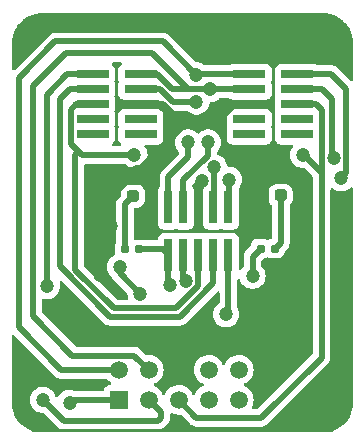
<source format=gbr>
%TF.GenerationSoftware,KiCad,Pcbnew,8.0.5*%
%TF.CreationDate,2024-11-27T14:16:46+01:00*%
%TF.ProjectId,TOF_PCB,544f465f-5043-4422-9e6b-696361645f70,rev?*%
%TF.SameCoordinates,Original*%
%TF.FileFunction,Copper,L1,Top*%
%TF.FilePolarity,Positive*%
%FSLAX46Y46*%
G04 Gerber Fmt 4.6, Leading zero omitted, Abs format (unit mm)*
G04 Created by KiCad (PCBNEW 8.0.5) date 2024-11-27 14:16:46*
%MOMM*%
%LPD*%
G01*
G04 APERTURE LIST*
G04 Aperture macros list*
%AMRoundRect*
0 Rectangle with rounded corners*
0 $1 Rounding radius*
0 $2 $3 $4 $5 $6 $7 $8 $9 X,Y pos of 4 corners*
0 Add a 4 corners polygon primitive as box body*
4,1,4,$2,$3,$4,$5,$6,$7,$8,$9,$2,$3,0*
0 Add four circle primitives for the rounded corners*
1,1,$1+$1,$2,$3*
1,1,$1+$1,$4,$5*
1,1,$1+$1,$6,$7*
1,1,$1+$1,$8,$9*
0 Add four rect primitives between the rounded corners*
20,1,$1+$1,$2,$3,$4,$5,0*
20,1,$1+$1,$4,$5,$6,$7,0*
20,1,$1+$1,$6,$7,$8,$9,0*
20,1,$1+$1,$8,$9,$2,$3,0*%
G04 Aperture macros list end*
%TA.AperFunction,SMDPad,CuDef*%
%ADD10RoundRect,0.160000X0.197500X0.160000X-0.197500X0.160000X-0.197500X-0.160000X0.197500X-0.160000X0*%
%TD*%
%TA.AperFunction,SMDPad,CuDef*%
%ADD11R,2.790000X0.740000*%
%TD*%
%TA.AperFunction,SMDPad,CuDef*%
%ADD12RoundRect,0.237500X-0.287500X-0.237500X0.287500X-0.237500X0.287500X0.237500X-0.287500X0.237500X0*%
%TD*%
%TA.AperFunction,SMDPad,CuDef*%
%ADD13RoundRect,0.160000X-0.197500X-0.160000X0.197500X-0.160000X0.197500X0.160000X-0.197500X0.160000X0*%
%TD*%
%TA.AperFunction,SMDPad,CuDef*%
%ADD14R,0.740000X2.790000*%
%TD*%
%TA.AperFunction,ComponentPad*%
%ADD15R,1.508000X1.508000*%
%TD*%
%TA.AperFunction,ComponentPad*%
%ADD16C,1.508000*%
%TD*%
%TA.AperFunction,ViaPad*%
%ADD17C,1.200000*%
%TD*%
%TA.AperFunction,Conductor*%
%ADD18C,0.500000*%
%TD*%
%TA.AperFunction,Conductor*%
%ADD19C,0.200000*%
%TD*%
G04 APERTURE END LIST*
D10*
%TO.P,R101,1*%
%TO.N,Net-(D101-A)*%
X183380000Y-104430000D03*
%TO.P,R101,2*%
%TO.N,/TOFA_GPIO1*%
X182185000Y-104430000D03*
%TD*%
D11*
%TO.P,J101,01,01*%
%TO.N,/TOFB_GPIO1*%
X167965000Y-89675000D03*
%TO.P,J101,02,02*%
%TO.N,/I2C_MAIN_SDA*%
X172035000Y-89675000D03*
%TO.P,J101,03,03*%
%TO.N,/TOFB_XSHUT*%
X167965000Y-90945000D03*
%TO.P,J101,04,04*%
%TO.N,/I2C_MAIN_SCL*%
X172035000Y-90945000D03*
%TO.P,J101,05,05*%
%TO.N,+5V*%
X167965000Y-92215000D03*
%TO.P,J101,06,06*%
%TO.N,GND*%
X172035000Y-92215000D03*
%TO.P,J101,07,07*%
%TO.N,unconnected-(J101-Pad07)*%
X167965000Y-93485000D03*
%TO.P,J101,08,08*%
%TO.N,unconnected-(J101-Pad08)*%
X172035000Y-93485000D03*
%TO.P,J101,09,09*%
%TO.N,unconnected-(J101-Pad09)*%
X167965000Y-94755000D03*
%TO.P,J101,10,10*%
%TO.N,unconnected-(J101-Pad10)*%
X172035000Y-94755000D03*
%TD*%
D12*
%TO.P,D102,1,K*%
%TO.N,GND*%
X169630000Y-100000000D03*
%TO.P,D102,2,A*%
%TO.N,Net-(D102-A)*%
X171380000Y-100000000D03*
%TD*%
D11*
%TO.P,J102,01,01*%
%TO.N,unconnected-(J102-Pad01)*%
X185285000Y-94755000D03*
%TO.P,J102,02,02*%
%TO.N,unconnected-(J102-Pad02)*%
X181215000Y-94755000D03*
%TO.P,J102,03,03*%
%TO.N,unconnected-(J102-Pad03)*%
X185285000Y-93485000D03*
%TO.P,J102,04,04*%
%TO.N,unconnected-(J102-Pad04)*%
X181215000Y-93485000D03*
%TO.P,J102,05,05*%
%TO.N,+5V*%
X185285000Y-92215000D03*
%TO.P,J102,06,06*%
%TO.N,GND*%
X181215000Y-92215000D03*
%TO.P,J102,07,07*%
%TO.N,/TOFC_XSHUT*%
X185285000Y-90945000D03*
%TO.P,J102,08,08*%
%TO.N,/I2C_MAIN_SDA*%
X181215000Y-90945000D03*
%TO.P,J102,09,09*%
%TO.N,/TOFC_GPIO1*%
X185285000Y-89675000D03*
%TO.P,J102,10,10*%
%TO.N,/I2C_MAIN_SCL*%
X181215000Y-89675000D03*
%TD*%
D12*
%TO.P,D101,1,K*%
%TO.N,GND*%
X182130000Y-99930000D03*
%TO.P,D101,2,A*%
%TO.N,Net-(D101-A)*%
X183880000Y-99930000D03*
%TD*%
D13*
%TO.P,R102,1*%
%TO.N,Net-(D102-A)*%
X170685000Y-104500000D03*
%TO.P,R102,2*%
%TO.N,/TOFA_XSHUT*%
X171880000Y-104500000D03*
%TD*%
D14*
%TO.P,J103,01,01*%
%TO.N,/TOFA_XSHUT*%
X174380000Y-105000000D03*
%TO.P,J103,02,02*%
%TO.N,/I2C_MAIN_SCL*%
X174380000Y-100930000D03*
%TO.P,J103,03,03*%
%TO.N,/TOFA_GPIO1*%
X175650000Y-105000000D03*
%TO.P,J103,04,04*%
%TO.N,/I2C_MAIN_SDA*%
X175650000Y-100930000D03*
%TO.P,J103,05,05*%
%TO.N,+5V*%
X176920000Y-105000000D03*
%TO.P,J103,06,06*%
%TO.N,GND*%
X176920000Y-100930000D03*
%TO.P,J103,07,07*%
%TO.N,/TOFB_XSHUT*%
X178190000Y-105000000D03*
%TO.P,J103,08,08*%
%TO.N,/TOFC_XSHUT*%
X178190000Y-100930000D03*
%TO.P,J103,09,09*%
%TO.N,/TOFB_GPIO1*%
X179460000Y-105000000D03*
%TO.P,J103,10,10*%
%TO.N,/TOFC_GPIO1*%
X179460000Y-100930000D03*
%TD*%
D15*
%TO.P,U101,1,INT_I*%
%TO.N,/TOFA_GPIO1*%
X170160000Y-117240000D03*
D16*
%TO.P,U101,2,SCL_I*%
%TO.N,/I2C_MAIN_SCL*%
X170160000Y-114700000D03*
%TO.P,U101,3,XSDN_I*%
%TO.N,/TOFA_XSHUT*%
X172700000Y-117240000D03*
%TO.P,U101,4,SDA_I*%
%TO.N,/I2C_MAIN_SDA*%
X172700000Y-114700000D03*
%TO.P,U101,5,VDD*%
%TO.N,+5V*%
X175240000Y-117240000D03*
%TO.P,U101,6,GND*%
%TO.N,GND*%
X175240000Y-114700000D03*
%TO.P,U101,7,NC*%
%TO.N,unconnected-(U101-NC-Pad7)*%
X177780000Y-117240000D03*
%TO.P,U101,8,NC*%
%TO.N,unconnected-(U101-NC-Pad8)*%
X177780000Y-114700000D03*
%TO.P,U101,9,NC1_I*%
%TO.N,unconnected-(U101-NC1_I-Pad9)*%
X180320000Y-117240000D03*
%TO.P,U101,10,NC0_I*%
%TO.N,unconnected-(U101-NC0_I-Pad10)*%
X180320000Y-114700000D03*
%TD*%
D17*
%TO.N,GND*%
X188750000Y-102500000D03*
X163000000Y-114750000D03*
X177200000Y-98750000D03*
X171715000Y-97915000D03*
X182000000Y-102500000D03*
X169500000Y-102500000D03*
X167500000Y-110700000D03*
X168550000Y-106632537D03*
%TO.N,+5V*%
X171500000Y-96500000D03*
X185750000Y-96500000D03*
%TO.N,/TOFB_GPIO1*%
X172000000Y-108250000D03*
X179250000Y-110000000D03*
X170250000Y-106000000D03*
X164100000Y-107600000D03*
%TO.N,/I2C_MAIN_SCL*%
X176750000Y-91995000D03*
X176750000Y-89750000D03*
X176034923Y-95450000D03*
%TO.N,/I2C_MAIN_SDA*%
X177900000Y-90945000D03*
X177750000Y-95450000D03*
%TO.N,/TOFC_XSHUT*%
X188390000Y-96750000D03*
X178250000Y-97550000D03*
%TO.N,/TOFC_GPIO1*%
X179500000Y-98600000D03*
X189000000Y-98500000D03*
%TO.N,/TOFA_XSHUT*%
X163750000Y-117250000D03*
X174500000Y-107500000D03*
%TO.N,/TOFA_GPIO1*%
X166000000Y-117500000D03*
X181500000Y-106750000D03*
X175863510Y-107182445D03*
%TD*%
D18*
%TO.N,+5V*%
X175240000Y-117240000D02*
X176750000Y-118750000D01*
X187340000Y-113660000D02*
X187340000Y-98000000D01*
X176750000Y-118750000D02*
X182250000Y-118750000D01*
X182250000Y-118750000D02*
X187340000Y-113660000D01*
%TO.N,/TOFA_XSHUT*%
X163750000Y-117250000D02*
X165500000Y-119000000D01*
X165500000Y-119000000D02*
X173500000Y-119000000D01*
X173500000Y-119000000D02*
X173750000Y-118750000D01*
X173750000Y-118750000D02*
X173750000Y-118290000D01*
X173750000Y-118290000D02*
X172700000Y-117240000D01*
%TO.N,/I2C_MAIN_SDA*%
X172955000Y-87900000D02*
X165700000Y-87900000D01*
X165700000Y-87900000D02*
X162900000Y-90700000D01*
X166246000Y-113496000D02*
X171496000Y-113496000D01*
X162900000Y-90700000D02*
X162900000Y-110150000D01*
X176000000Y-90945000D02*
X172955000Y-87900000D01*
X162900000Y-110150000D02*
X166246000Y-113496000D01*
X171496000Y-113496000D02*
X172700000Y-114700000D01*
%TO.N,+5V*%
X166772500Y-96227500D02*
X166500000Y-96500000D01*
X166500000Y-96500000D02*
X166500000Y-106250000D01*
X166500000Y-106250000D02*
X169750000Y-109500000D01*
X175030880Y-109500000D02*
X176920000Y-107610880D01*
X169750000Y-109500000D02*
X175030880Y-109500000D01*
X176920000Y-107610880D02*
X176920000Y-105000000D01*
%TO.N,Net-(D101-A)*%
X183880000Y-103930000D02*
X183380000Y-104430000D01*
X183880000Y-99930000D02*
X183880000Y-103930000D01*
%TO.N,GND*%
X172265075Y-111750000D02*
X175215075Y-114700000D01*
X169630000Y-100000000D02*
X172190000Y-97440000D01*
X169500000Y-102500000D02*
X169500000Y-100130000D01*
X180030000Y-92215000D02*
X181425000Y-92215000D01*
X172190000Y-97440000D02*
X175485100Y-94144900D01*
X176920000Y-100930000D02*
X177070000Y-100930000D01*
X176920000Y-99030000D02*
X177200000Y-98750000D01*
X182130000Y-102370000D02*
X182000000Y-102500000D01*
X175485100Y-94144900D02*
X175485100Y-93750000D01*
X178495000Y-93750000D02*
X180030000Y-92215000D01*
X168550000Y-111750000D02*
X172265075Y-111750000D01*
X169500000Y-100130000D02*
X169630000Y-100000000D01*
X175215075Y-114700000D02*
X175240000Y-114700000D01*
X176920000Y-100930000D02*
X176920000Y-99030000D01*
X173950100Y-92215000D02*
X172035000Y-92215000D01*
X175485100Y-93750000D02*
X177750000Y-93750000D01*
X168550000Y-103450000D02*
X169500000Y-102500000D01*
X182130000Y-99930000D02*
X182130000Y-102370000D01*
X168550000Y-106632537D02*
X168550000Y-103450000D01*
X177750000Y-93750000D02*
X178495000Y-93750000D01*
X167500000Y-110700000D02*
X168550000Y-111750000D01*
X173950100Y-92215000D02*
X175485100Y-93750000D01*
%TO.N,Net-(D102-A)*%
X170685000Y-100695000D02*
X170685000Y-104500000D01*
X171380000Y-100000000D02*
X170685000Y-100695000D01*
%TO.N,+5V*%
X186890000Y-92215000D02*
X187340000Y-92665000D01*
X185840000Y-96500000D02*
X187340000Y-98000000D01*
X166570000Y-92215000D02*
X166120000Y-92665000D01*
X166120000Y-92665000D02*
X166120000Y-95575000D01*
X185750000Y-96500000D02*
X185840000Y-96500000D01*
X166120000Y-95575000D02*
X166772500Y-96227500D01*
X185495000Y-92215000D02*
X186890000Y-92215000D01*
X167045000Y-96500000D02*
X171500000Y-96500000D01*
D19*
X176920000Y-105460000D02*
X176880000Y-105500000D01*
D18*
X187340000Y-92665000D02*
X187340000Y-98000000D01*
D19*
X176920000Y-105000000D02*
X176920000Y-105460000D01*
D18*
X166772500Y-96227500D02*
X167045000Y-96500000D01*
X167425000Y-92215000D02*
X166570000Y-92215000D01*
%TO.N,/TOFB_GPIO1*%
X179250000Y-110000000D02*
X179460000Y-109790000D01*
X170250000Y-106500000D02*
X172000000Y-108250000D01*
X170250000Y-106000000D02*
X170250000Y-106500000D01*
X179460000Y-109790000D02*
X179460000Y-105000000D01*
X164100000Y-91400000D02*
X165825000Y-89675000D01*
X165825000Y-89675000D02*
X167965000Y-89675000D01*
X164100000Y-107600000D02*
X164100000Y-91400000D01*
%TO.N,/TOFB_XSHUT*%
X178190000Y-107330830D02*
X175320830Y-110200000D01*
X175320830Y-110200000D02*
X169450000Y-110200000D01*
X178190000Y-105000000D02*
X178190000Y-105690000D01*
X166055000Y-90945000D02*
X167425000Y-90945000D01*
X178190000Y-105000000D02*
X178190000Y-107330830D01*
X165200000Y-105950000D02*
X165200000Y-91800000D01*
X169450000Y-110200000D02*
X165200000Y-105950000D01*
X165200000Y-91800000D02*
X166055000Y-90945000D01*
X178190000Y-105690000D02*
X178250000Y-105750000D01*
%TO.N,/I2C_MAIN_SCL*%
X176034923Y-95450000D02*
X176034923Y-96715077D01*
X171495000Y-90945000D02*
X173670050Y-90945000D01*
X176034923Y-96715077D02*
X174380000Y-98370000D01*
X165308057Y-114700000D02*
X170160000Y-114700000D01*
X181425000Y-89675000D02*
X178500000Y-89675000D01*
X161700000Y-90000000D02*
X164800000Y-86900000D01*
X173900000Y-86900000D02*
X176750000Y-89750000D01*
X164800000Y-86900000D02*
X173900000Y-86900000D01*
X174380000Y-98370000D02*
X174380000Y-100930000D01*
X161700000Y-111091943D02*
X165308057Y-114700000D01*
X178500000Y-89675000D02*
X176825000Y-89675000D01*
X173670050Y-90945000D02*
X174720050Y-91995000D01*
X161700000Y-111091943D02*
X161700000Y-90000000D01*
X176825000Y-89675000D02*
X176750000Y-89750000D01*
X174720050Y-91995000D02*
X176750000Y-91995000D01*
%TO.N,/I2C_MAIN_SDA*%
X174660000Y-90945000D02*
X176000000Y-90945000D01*
X175650000Y-98665075D02*
X177750000Y-96565075D01*
X173390000Y-89675000D02*
X174660000Y-90945000D01*
X175650000Y-100930000D02*
X175650000Y-98665075D01*
X177750000Y-96565075D02*
X177750000Y-95450000D01*
X178750000Y-90945000D02*
X181425000Y-90945000D01*
X171495000Y-89675000D02*
X173390000Y-89675000D01*
X176000000Y-90945000D02*
X178750000Y-90945000D01*
%TO.N,/TOFC_XSHUT*%
X188250000Y-96610000D02*
X188250000Y-91805000D01*
X178250000Y-100870000D02*
X178190000Y-100930000D01*
X187390000Y-90945000D02*
X185495000Y-90945000D01*
X188250000Y-91805000D02*
X187390000Y-90945000D01*
X188390000Y-96750000D02*
X188250000Y-96610000D01*
X178250000Y-97550000D02*
X178250000Y-100870000D01*
%TO.N,/TOFC_GPIO1*%
X179500000Y-100890000D02*
X179460000Y-100930000D01*
X188175000Y-89675000D02*
X189440000Y-90940000D01*
X189440000Y-90940000D02*
X189440000Y-98060000D01*
X185495000Y-89675000D02*
X188175000Y-89675000D01*
X189440000Y-98060000D02*
X189000000Y-98500000D01*
X179500000Y-98600000D02*
X179500000Y-100890000D01*
%TO.N,/TOFA_XSHUT*%
X174380000Y-107380000D02*
X174500000Y-107500000D01*
X171880000Y-104500000D02*
X173880000Y-104500000D01*
X173880000Y-104500000D02*
X174380000Y-105000000D01*
X174380000Y-105000000D02*
X174380000Y-107380000D01*
%TO.N,/TOFA_GPIO1*%
X175650000Y-105000000D02*
X175650000Y-106968935D01*
X181500000Y-106750000D02*
X181500000Y-105500000D01*
X170160000Y-117240000D02*
X166260000Y-117240000D01*
X175650000Y-106968935D02*
X175863510Y-107182445D01*
X166260000Y-117240000D02*
X166000000Y-117500000D01*
X181500000Y-105115000D02*
X182185000Y-104430000D01*
X181500000Y-105500000D02*
X181500000Y-105115000D01*
%TD*%
%TA.AperFunction,Conductor*%
%TO.N,GND*%
G36*
X189924153Y-99244769D02*
G01*
X189978093Y-99289179D01*
X189999461Y-99355701D01*
X189999500Y-99358826D01*
X189999500Y-117496249D01*
X189999274Y-117503736D01*
X189981728Y-117793794D01*
X189979923Y-117808659D01*
X189928219Y-118090798D01*
X189924635Y-118105336D01*
X189839306Y-118379167D01*
X189833997Y-118393168D01*
X189716275Y-118654736D01*
X189709316Y-118667995D01*
X189560928Y-118913459D01*
X189552422Y-118925782D01*
X189375526Y-119151573D01*
X189365596Y-119162781D01*
X189162781Y-119365596D01*
X189151573Y-119375526D01*
X188925782Y-119552422D01*
X188913459Y-119560928D01*
X188667995Y-119709316D01*
X188654736Y-119716275D01*
X188393168Y-119833997D01*
X188379167Y-119839306D01*
X188105336Y-119924635D01*
X188090798Y-119928219D01*
X187808659Y-119979923D01*
X187793794Y-119981728D01*
X187503736Y-119999274D01*
X187496249Y-119999500D01*
X187428011Y-119999500D01*
X187427965Y-119999502D01*
X163625009Y-120000339D01*
X163617631Y-120000120D01*
X163329277Y-119982943D01*
X163314632Y-119981191D01*
X163034011Y-119930556D01*
X163019678Y-119927079D01*
X162747042Y-119843480D01*
X162733222Y-119838325D01*
X162472436Y-119722942D01*
X162459327Y-119716182D01*
X162214099Y-119570659D01*
X162201886Y-119562392D01*
X161975667Y-119388779D01*
X161964520Y-119379119D01*
X161760510Y-119179867D01*
X161750591Y-119168952D01*
X161571683Y-118946890D01*
X161563135Y-118934884D01*
X161411856Y-118693143D01*
X161404790Y-118680198D01*
X161396020Y-118661576D01*
X161283290Y-118422215D01*
X161277812Y-118408527D01*
X161270430Y-118386335D01*
X161187797Y-118137928D01*
X161183987Y-118123698D01*
X161126738Y-117844320D01*
X161124645Y-117829741D01*
X161100945Y-117545216D01*
X161100518Y-117534792D01*
X161107614Y-111860130D01*
X161127382Y-111793118D01*
X161180244Y-111747429D01*
X161249415Y-111737572D01*
X161312934Y-111766677D01*
X161319295Y-111772607D01*
X164725106Y-115178416D01*
X164829641Y-115282951D01*
X164829642Y-115282952D01*
X164952555Y-115365080D01*
X164952568Y-115365087D01*
X165089139Y-115421656D01*
X165089144Y-115421658D01*
X165089148Y-115421658D01*
X165089149Y-115421659D01*
X165234136Y-115450500D01*
X165234139Y-115450500D01*
X165381974Y-115450500D01*
X169089493Y-115450500D01*
X169156532Y-115470185D01*
X169191066Y-115503374D01*
X169195324Y-115509455D01*
X169195325Y-115509456D01*
X169195326Y-115509457D01*
X169350543Y-115664674D01*
X169350546Y-115664676D01*
X169350547Y-115664677D01*
X169486576Y-115759925D01*
X169530201Y-115814502D01*
X169537395Y-115884000D01*
X169505872Y-115946355D01*
X169445643Y-115981769D01*
X169415455Y-115985500D01*
X169358130Y-115985500D01*
X169358123Y-115985501D01*
X169298516Y-115991908D01*
X169163671Y-116042202D01*
X169163664Y-116042206D01*
X169048455Y-116128452D01*
X169048452Y-116128455D01*
X168962206Y-116243664D01*
X168962202Y-116243671D01*
X168911908Y-116378516D01*
X168911883Y-116378758D01*
X168911810Y-116378933D01*
X168910126Y-116386062D01*
X168908970Y-116385788D01*
X168885144Y-116443308D01*
X168827751Y-116483155D01*
X168788594Y-116489500D01*
X166461218Y-116489500D01*
X166416424Y-116481127D01*
X166302459Y-116436977D01*
X166302458Y-116436976D01*
X166302456Y-116436976D01*
X166101976Y-116399500D01*
X165898024Y-116399500D01*
X165697544Y-116436976D01*
X165697541Y-116436976D01*
X165697541Y-116436977D01*
X165507364Y-116510651D01*
X165507357Y-116510655D01*
X165333960Y-116618017D01*
X165333958Y-116618019D01*
X165183237Y-116755418D01*
X165060328Y-116918176D01*
X165037185Y-116964654D01*
X164989681Y-117015890D01*
X164922018Y-117033311D01*
X164855678Y-117011385D01*
X164811723Y-116957073D01*
X164806919Y-116943315D01*
X164799766Y-116918176D01*
X164780582Y-116850750D01*
X164758048Y-116805496D01*
X164732466Y-116754120D01*
X164689673Y-116668179D01*
X164570717Y-116510655D01*
X164566762Y-116505418D01*
X164416041Y-116368019D01*
X164416039Y-116368017D01*
X164242642Y-116260655D01*
X164242635Y-116260651D01*
X164147546Y-116223814D01*
X164052456Y-116186976D01*
X163851976Y-116149500D01*
X163648024Y-116149500D01*
X163447544Y-116186976D01*
X163447541Y-116186976D01*
X163447541Y-116186977D01*
X163257364Y-116260651D01*
X163257357Y-116260655D01*
X163083960Y-116368017D01*
X163083958Y-116368019D01*
X162933237Y-116505418D01*
X162810327Y-116668178D01*
X162719422Y-116850739D01*
X162719417Y-116850752D01*
X162663602Y-117046917D01*
X162644785Y-117249999D01*
X162644785Y-117250000D01*
X162663602Y-117453082D01*
X162719417Y-117649247D01*
X162719422Y-117649260D01*
X162810327Y-117831821D01*
X162933237Y-117994581D01*
X163083958Y-118131980D01*
X163083960Y-118131982D01*
X163093578Y-118137937D01*
X163257363Y-118239348D01*
X163447544Y-118313024D01*
X163648024Y-118350500D01*
X163737770Y-118350500D01*
X163804809Y-118370185D01*
X163825451Y-118386819D01*
X165021586Y-119582954D01*
X165051058Y-119602645D01*
X165095268Y-119632184D01*
X165095270Y-119632187D01*
X165095271Y-119632187D01*
X165144496Y-119665079D01*
X165144511Y-119665087D01*
X165201079Y-119688518D01*
X165201080Y-119688518D01*
X165281088Y-119721659D01*
X165397241Y-119744763D01*
X165416468Y-119748587D01*
X165426081Y-119750500D01*
X165426082Y-119750500D01*
X173573920Y-119750500D01*
X173671462Y-119731096D01*
X173718913Y-119721658D01*
X173855495Y-119665084D01*
X173904729Y-119632186D01*
X173904734Y-119632183D01*
X173929071Y-119615921D01*
X173978416Y-119582952D01*
X174332951Y-119228416D01*
X174415084Y-119105495D01*
X174471658Y-118968913D01*
X174500500Y-118823918D01*
X174500500Y-118676083D01*
X174500500Y-118676082D01*
X174500500Y-118473993D01*
X174520185Y-118406954D01*
X174572989Y-118361199D01*
X174642147Y-118351255D01*
X174676898Y-118361609D01*
X174809297Y-118423347D01*
X175021326Y-118480161D01*
X175177521Y-118493826D01*
X175239998Y-118499292D01*
X175240000Y-118499292D01*
X175240001Y-118499292D01*
X175255789Y-118497910D01*
X175364400Y-118488408D01*
X175432898Y-118502174D01*
X175462887Y-118524255D01*
X176167048Y-119228415D01*
X176167049Y-119228416D01*
X176240420Y-119301787D01*
X176271585Y-119332952D01*
X176394498Y-119415080D01*
X176394511Y-119415087D01*
X176531082Y-119471656D01*
X176531087Y-119471658D01*
X176531091Y-119471658D01*
X176531092Y-119471659D01*
X176676079Y-119500500D01*
X176676082Y-119500500D01*
X182323920Y-119500500D01*
X182421462Y-119481096D01*
X182468913Y-119471658D01*
X182605495Y-119415084D01*
X182671617Y-119370903D01*
X182671620Y-119370900D01*
X182671622Y-119370900D01*
X182720198Y-119338443D01*
X182728416Y-119332952D01*
X187922952Y-114138416D01*
X187992107Y-114034916D01*
X188005084Y-114015495D01*
X188061658Y-113878913D01*
X188090500Y-113733918D01*
X188090500Y-99440872D01*
X188110185Y-99373833D01*
X188162989Y-99328078D01*
X188232147Y-99318134D01*
X188295703Y-99347159D01*
X188298038Y-99349235D01*
X188333958Y-99381980D01*
X188333960Y-99381982D01*
X188394646Y-99419557D01*
X188507363Y-99489348D01*
X188697544Y-99563024D01*
X188898024Y-99600500D01*
X188898026Y-99600500D01*
X189101974Y-99600500D01*
X189101976Y-99600500D01*
X189302456Y-99563024D01*
X189492637Y-99489348D01*
X189666041Y-99381981D01*
X189791962Y-99267189D01*
X189854766Y-99236572D01*
X189924153Y-99244769D01*
G37*
%TD.AperFunction*%
%TA.AperFunction,Conductor*%
G36*
X163696106Y-84500525D02*
G01*
X163755603Y-84501748D01*
X163755603Y-84501747D01*
X163755606Y-84501748D01*
X163760043Y-84501256D01*
X163773712Y-84500500D01*
X187496249Y-84500500D01*
X187503736Y-84500726D01*
X187793796Y-84518271D01*
X187808657Y-84520075D01*
X188090798Y-84571780D01*
X188105335Y-84575363D01*
X188379172Y-84660695D01*
X188393163Y-84666000D01*
X188654743Y-84783727D01*
X188667989Y-84790680D01*
X188913465Y-84939075D01*
X188925776Y-84947573D01*
X189047218Y-85042716D01*
X189151573Y-85124473D01*
X189162781Y-85134403D01*
X189365596Y-85337218D01*
X189375526Y-85348426D01*
X189495481Y-85501538D01*
X189552422Y-85574217D01*
X189560928Y-85586540D01*
X189709316Y-85832004D01*
X189716275Y-85845263D01*
X189833997Y-86106831D01*
X189839306Y-86120832D01*
X189924635Y-86394663D01*
X189928219Y-86409201D01*
X189979923Y-86691340D01*
X189981728Y-86706205D01*
X189999274Y-86996263D01*
X189999500Y-87003750D01*
X189999500Y-90138770D01*
X189979815Y-90205809D01*
X189927011Y-90251564D01*
X189857853Y-90261508D01*
X189794297Y-90232483D01*
X189787819Y-90226451D01*
X188653421Y-89092052D01*
X188653414Y-89092046D01*
X188579729Y-89042812D01*
X188579729Y-89042813D01*
X188530491Y-89009913D01*
X188393917Y-88953343D01*
X188393907Y-88953340D01*
X188248920Y-88924500D01*
X188248918Y-88924500D01*
X187048154Y-88924500D01*
X186981115Y-88904815D01*
X186973853Y-88899774D01*
X186922331Y-88861204D01*
X186922328Y-88861202D01*
X186787482Y-88810908D01*
X186787483Y-88810908D01*
X186727883Y-88804501D01*
X186727881Y-88804500D01*
X186727873Y-88804500D01*
X186727864Y-88804500D01*
X183842129Y-88804500D01*
X183842123Y-88804501D01*
X183782516Y-88810908D01*
X183647671Y-88861202D01*
X183647664Y-88861206D01*
X183532455Y-88947452D01*
X183532452Y-88947455D01*
X183446206Y-89062664D01*
X183446202Y-89062671D01*
X183395908Y-89197517D01*
X183389501Y-89257116D01*
X183389501Y-89257123D01*
X183389500Y-89257135D01*
X183389500Y-90092870D01*
X183389501Y-90092876D01*
X183395908Y-90152483D01*
X183438496Y-90266667D01*
X183443480Y-90336359D01*
X183438496Y-90353333D01*
X183395908Y-90467516D01*
X183389501Y-90527116D01*
X183389501Y-90527123D01*
X183389500Y-90527135D01*
X183389500Y-91362870D01*
X183389501Y-91362876D01*
X183395908Y-91422483D01*
X183438496Y-91536667D01*
X183443480Y-91606359D01*
X183438496Y-91623333D01*
X183395908Y-91737516D01*
X183389501Y-91797116D01*
X183389501Y-91797123D01*
X183389500Y-91797135D01*
X183389500Y-92632870D01*
X183389501Y-92632876D01*
X183395908Y-92692483D01*
X183438496Y-92806667D01*
X183443480Y-92876359D01*
X183438496Y-92893333D01*
X183395908Y-93007516D01*
X183389501Y-93067116D01*
X183389501Y-93067123D01*
X183389500Y-93067135D01*
X183389500Y-93902870D01*
X183389501Y-93902876D01*
X183395908Y-93962483D01*
X183438496Y-94076667D01*
X183443480Y-94146359D01*
X183438496Y-94163333D01*
X183395908Y-94277516D01*
X183389501Y-94337116D01*
X183389501Y-94337123D01*
X183389500Y-94337135D01*
X183389500Y-95172870D01*
X183389501Y-95172876D01*
X183395908Y-95232483D01*
X183446202Y-95367328D01*
X183446206Y-95367335D01*
X183532452Y-95482544D01*
X183532455Y-95482547D01*
X183647664Y-95568793D01*
X183647671Y-95568797D01*
X183782517Y-95619091D01*
X183782516Y-95619091D01*
X183789444Y-95619835D01*
X183842127Y-95625500D01*
X184782322Y-95625499D01*
X184849361Y-95645183D01*
X184895116Y-95697987D01*
X184905060Y-95767146D01*
X184881277Y-95824225D01*
X184810327Y-95918179D01*
X184719422Y-96100739D01*
X184719417Y-96100752D01*
X184663602Y-96296917D01*
X184644785Y-96499999D01*
X184644785Y-96500000D01*
X184663602Y-96703082D01*
X184719417Y-96899247D01*
X184719422Y-96899260D01*
X184810327Y-97081821D01*
X184933237Y-97244581D01*
X185083958Y-97381980D01*
X185083960Y-97381982D01*
X185091971Y-97386942D01*
X185257363Y-97489348D01*
X185447544Y-97563024D01*
X185648024Y-97600500D01*
X185648026Y-97600500D01*
X185827770Y-97600500D01*
X185894809Y-97620185D01*
X185915451Y-97636819D01*
X186553181Y-98274548D01*
X186586666Y-98335871D01*
X186589500Y-98362229D01*
X186589500Y-113297770D01*
X186569815Y-113364809D01*
X186553181Y-113385451D01*
X181975451Y-117963181D01*
X181914128Y-117996666D01*
X181887770Y-117999500D01*
X181544668Y-117999500D01*
X181477629Y-117979815D01*
X181431874Y-117927011D01*
X181421930Y-117857853D01*
X181432286Y-117823096D01*
X181474664Y-117732214D01*
X181503347Y-117670703D01*
X181560161Y-117458674D01*
X181579292Y-117240000D01*
X181560161Y-117021326D01*
X181503347Y-116809297D01*
X181410579Y-116610354D01*
X181410577Y-116610351D01*
X181410576Y-116610349D01*
X181284677Y-116430547D01*
X181284672Y-116430541D01*
X181129458Y-116275327D01*
X181129452Y-116275322D01*
X180949650Y-116149423D01*
X180949642Y-116149419D01*
X180805879Y-116082382D01*
X180753439Y-116036210D01*
X180734287Y-115969017D01*
X180754502Y-115902136D01*
X180805879Y-115857618D01*
X180949646Y-115790579D01*
X181129457Y-115664674D01*
X181284674Y-115509457D01*
X181410579Y-115329646D01*
X181503347Y-115130703D01*
X181560161Y-114918674D01*
X181579292Y-114700000D01*
X181560161Y-114481326D01*
X181503347Y-114269297D01*
X181410579Y-114070354D01*
X181410577Y-114070351D01*
X181410576Y-114070349D01*
X181284677Y-113890547D01*
X181284672Y-113890541D01*
X181129458Y-113735327D01*
X181129452Y-113735322D01*
X180949650Y-113609423D01*
X180949642Y-113609419D01*
X180750708Y-113516655D01*
X180750706Y-113516654D01*
X180750703Y-113516653D01*
X180599885Y-113476240D01*
X180538675Y-113459839D01*
X180538668Y-113459838D01*
X180320002Y-113440708D01*
X180319998Y-113440708D01*
X180101331Y-113459838D01*
X180101324Y-113459839D01*
X179978902Y-113492642D01*
X179889297Y-113516653D01*
X179889295Y-113516653D01*
X179889291Y-113516655D01*
X179690357Y-113609419D01*
X179690349Y-113609423D01*
X179510547Y-113735322D01*
X179510541Y-113735327D01*
X179355327Y-113890541D01*
X179355322Y-113890547D01*
X179229423Y-114070349D01*
X179229419Y-114070357D01*
X179162382Y-114214120D01*
X179116210Y-114266560D01*
X179049017Y-114285712D01*
X178982135Y-114265496D01*
X178937618Y-114214120D01*
X178870580Y-114070357D01*
X178870579Y-114070354D01*
X178870577Y-114070351D01*
X178870576Y-114070349D01*
X178744677Y-113890547D01*
X178744672Y-113890541D01*
X178589458Y-113735327D01*
X178589452Y-113735322D01*
X178409650Y-113609423D01*
X178409642Y-113609419D01*
X178210708Y-113516655D01*
X178210706Y-113516654D01*
X178210703Y-113516653D01*
X178059885Y-113476240D01*
X177998675Y-113459839D01*
X177998668Y-113459838D01*
X177780002Y-113440708D01*
X177779998Y-113440708D01*
X177561331Y-113459838D01*
X177561324Y-113459839D01*
X177438902Y-113492642D01*
X177349297Y-113516653D01*
X177349295Y-113516653D01*
X177349291Y-113516655D01*
X177150357Y-113609419D01*
X177150349Y-113609423D01*
X176970547Y-113735322D01*
X176970541Y-113735327D01*
X176815327Y-113890541D01*
X176815322Y-113890547D01*
X176689423Y-114070349D01*
X176689419Y-114070357D01*
X176596655Y-114269291D01*
X176539839Y-114481324D01*
X176539838Y-114481331D01*
X176520708Y-114699997D01*
X176520708Y-114700000D01*
X176539839Y-114918674D01*
X176596653Y-115130703D01*
X176596654Y-115130706D01*
X176596655Y-115130708D01*
X176689419Y-115329642D01*
X176689423Y-115329650D01*
X176815322Y-115509452D01*
X176815327Y-115509458D01*
X176970541Y-115664672D01*
X176970547Y-115664677D01*
X177150349Y-115790576D01*
X177150351Y-115790577D01*
X177150354Y-115790579D01*
X177234963Y-115830032D01*
X177294120Y-115857618D01*
X177346560Y-115903790D01*
X177365712Y-115970983D01*
X177345496Y-116037865D01*
X177294120Y-116082382D01*
X177150357Y-116149419D01*
X177150349Y-116149423D01*
X176970547Y-116275322D01*
X176970541Y-116275327D01*
X176815327Y-116430541D01*
X176815322Y-116430547D01*
X176689423Y-116610349D01*
X176689419Y-116610357D01*
X176622382Y-116754120D01*
X176576210Y-116806560D01*
X176509017Y-116825712D01*
X176442135Y-116805496D01*
X176397618Y-116754120D01*
X176357543Y-116668179D01*
X176330579Y-116610354D01*
X176330577Y-116610351D01*
X176330576Y-116610349D01*
X176204677Y-116430547D01*
X176204672Y-116430541D01*
X176049458Y-116275327D01*
X176049452Y-116275322D01*
X175869650Y-116149423D01*
X175869642Y-116149419D01*
X175670708Y-116056655D01*
X175670706Y-116056654D01*
X175670703Y-116056653D01*
X175519885Y-116016240D01*
X175458675Y-115999839D01*
X175458668Y-115999838D01*
X175240002Y-115980708D01*
X175239998Y-115980708D01*
X175021331Y-115999838D01*
X175021324Y-115999839D01*
X174898902Y-116032642D01*
X174809297Y-116056653D01*
X174809295Y-116056653D01*
X174809291Y-116056655D01*
X174610357Y-116149419D01*
X174610349Y-116149423D01*
X174430547Y-116275322D01*
X174430541Y-116275327D01*
X174275327Y-116430541D01*
X174275322Y-116430547D01*
X174149423Y-116610349D01*
X174149419Y-116610357D01*
X174082382Y-116754120D01*
X174036210Y-116806560D01*
X173969017Y-116825712D01*
X173902135Y-116805496D01*
X173857618Y-116754120D01*
X173817543Y-116668179D01*
X173790579Y-116610354D01*
X173790577Y-116610351D01*
X173790576Y-116610349D01*
X173664677Y-116430547D01*
X173664672Y-116430541D01*
X173509458Y-116275327D01*
X173509452Y-116275322D01*
X173329650Y-116149423D01*
X173329642Y-116149419D01*
X173185879Y-116082382D01*
X173133439Y-116036210D01*
X173114287Y-115969017D01*
X173134502Y-115902136D01*
X173185879Y-115857618D01*
X173329646Y-115790579D01*
X173509457Y-115664674D01*
X173664674Y-115509457D01*
X173790579Y-115329646D01*
X173883347Y-115130703D01*
X173940161Y-114918674D01*
X173959292Y-114700000D01*
X173940161Y-114481326D01*
X173883347Y-114269297D01*
X173790579Y-114070354D01*
X173790577Y-114070351D01*
X173790576Y-114070349D01*
X173664677Y-113890547D01*
X173664672Y-113890541D01*
X173509458Y-113735327D01*
X173509452Y-113735322D01*
X173329650Y-113609423D01*
X173329642Y-113609419D01*
X173130708Y-113516655D01*
X173130706Y-113516654D01*
X173130703Y-113516653D01*
X172979885Y-113476240D01*
X172918675Y-113459839D01*
X172918668Y-113459838D01*
X172700002Y-113440708D01*
X172699997Y-113440708D01*
X172575598Y-113451590D01*
X172507098Y-113437823D01*
X172477111Y-113415743D01*
X171974421Y-112913052D01*
X171974414Y-112913046D01*
X171900729Y-112863812D01*
X171900729Y-112863813D01*
X171851491Y-112830913D01*
X171714917Y-112774343D01*
X171714907Y-112774340D01*
X171569920Y-112745500D01*
X171569918Y-112745500D01*
X166608229Y-112745500D01*
X166541190Y-112725815D01*
X166520548Y-112709181D01*
X163686819Y-109875451D01*
X163653334Y-109814128D01*
X163650500Y-109787770D01*
X163650500Y-108784863D01*
X163670185Y-108717824D01*
X163722989Y-108672069D01*
X163792147Y-108662125D01*
X163797286Y-108662974D01*
X163797535Y-108663020D01*
X163797544Y-108663024D01*
X163998024Y-108700500D01*
X163998027Y-108700500D01*
X164201974Y-108700500D01*
X164201976Y-108700500D01*
X164402456Y-108663024D01*
X164592637Y-108589348D01*
X164766041Y-108481981D01*
X164916764Y-108344579D01*
X165039673Y-108181821D01*
X165130582Y-107999250D01*
X165186397Y-107803083D01*
X165205215Y-107600000D01*
X165186397Y-107396917D01*
X165158324Y-107298251D01*
X165158910Y-107228387D01*
X165197177Y-107169928D01*
X165260974Y-107141437D01*
X165330046Y-107151961D01*
X165365271Y-107176638D01*
X168971585Y-110782952D01*
X168998839Y-110801162D01*
X169012374Y-110810206D01*
X169045271Y-110832187D01*
X169094505Y-110865084D01*
X169113691Y-110873031D01*
X169231088Y-110921659D01*
X169347241Y-110944763D01*
X169366468Y-110948587D01*
X169376081Y-110950500D01*
X169376082Y-110950500D01*
X175394750Y-110950500D01*
X175492292Y-110931096D01*
X175539743Y-110921658D01*
X175676325Y-110865084D01*
X175725559Y-110832186D01*
X175799246Y-110782952D01*
X178497819Y-108084377D01*
X178559142Y-108050893D01*
X178628834Y-108055877D01*
X178684767Y-108097749D01*
X178709184Y-108163213D01*
X178709500Y-108172059D01*
X178709500Y-108971219D01*
X178689815Y-109038258D01*
X178650778Y-109076646D01*
X178583957Y-109118020D01*
X178433237Y-109255418D01*
X178310327Y-109418178D01*
X178219422Y-109600739D01*
X178219417Y-109600752D01*
X178163602Y-109796917D01*
X178144785Y-109999999D01*
X178144785Y-110000000D01*
X178163602Y-110203082D01*
X178219417Y-110399247D01*
X178219422Y-110399260D01*
X178310327Y-110581821D01*
X178433237Y-110744581D01*
X178583958Y-110881980D01*
X178583960Y-110881982D01*
X178648041Y-110921659D01*
X178757363Y-110989348D01*
X178947544Y-111063024D01*
X179148024Y-111100500D01*
X179148026Y-111100500D01*
X179351974Y-111100500D01*
X179351976Y-111100500D01*
X179552456Y-111063024D01*
X179742637Y-110989348D01*
X179916041Y-110881981D01*
X180066764Y-110744579D01*
X180189673Y-110581821D01*
X180280582Y-110399250D01*
X180336397Y-110203083D01*
X180355215Y-110000000D01*
X180336397Y-109796917D01*
X180280582Y-109600750D01*
X180280580Y-109600745D01*
X180280580Y-109600744D01*
X180223500Y-109486112D01*
X180210500Y-109430841D01*
X180210500Y-107128173D01*
X180230185Y-107061134D01*
X180282989Y-107015379D01*
X180352147Y-107005435D01*
X180415703Y-107034460D01*
X180453477Y-107093238D01*
X180453766Y-107094239D01*
X180469416Y-107149245D01*
X180469422Y-107149260D01*
X180560327Y-107331821D01*
X180683237Y-107494581D01*
X180833958Y-107631980D01*
X180833960Y-107631982D01*
X180892419Y-107668178D01*
X181007363Y-107739348D01*
X181197544Y-107813024D01*
X181398024Y-107850500D01*
X181398026Y-107850500D01*
X181601974Y-107850500D01*
X181601976Y-107850500D01*
X181802456Y-107813024D01*
X181992637Y-107739348D01*
X182166041Y-107631981D01*
X182304874Y-107505418D01*
X182316762Y-107494581D01*
X182316764Y-107494579D01*
X182439673Y-107331821D01*
X182530582Y-107149250D01*
X182586397Y-106953083D01*
X182605215Y-106750000D01*
X182597048Y-106661867D01*
X182586397Y-106546917D01*
X182530582Y-106350750D01*
X182439673Y-106168179D01*
X182316764Y-106005421D01*
X182290960Y-105981897D01*
X182254680Y-105922185D01*
X182250500Y-105890261D01*
X182250500Y-105477229D01*
X182270185Y-105410190D01*
X182286813Y-105389553D01*
X182393122Y-105283244D01*
X182454441Y-105249762D01*
X182469568Y-105247438D01*
X182502433Y-105244452D01*
X182655569Y-105196733D01*
X182718350Y-105158779D01*
X182785905Y-105140944D01*
X182846649Y-105158779D01*
X182909431Y-105196733D01*
X182909434Y-105196734D01*
X182909433Y-105196734D01*
X182955052Y-105210949D01*
X183062567Y-105244452D01*
X183129119Y-105250500D01*
X183630880Y-105250499D01*
X183630888Y-105250499D01*
X183697426Y-105244453D01*
X183697427Y-105244452D01*
X183697433Y-105244452D01*
X183850569Y-105196733D01*
X183921217Y-105154024D01*
X183987829Y-105113757D01*
X183987830Y-105113755D01*
X183987835Y-105113753D01*
X184101253Y-105000335D01*
X184184233Y-104863069D01*
X184231952Y-104709933D01*
X184234937Y-104677076D01*
X184260607Y-104612096D01*
X184270730Y-104600636D01*
X184462952Y-104408416D01*
X184479054Y-104384317D01*
X184544320Y-104286640D01*
X184544325Y-104286632D01*
X184545082Y-104285498D01*
X184545085Y-104285492D01*
X184601658Y-104148913D01*
X184617966Y-104066929D01*
X184630500Y-104003920D01*
X184630500Y-100799552D01*
X184650185Y-100732513D01*
X184666819Y-100711871D01*
X184680340Y-100698350D01*
X184750340Y-100628350D01*
X184840908Y-100481516D01*
X184895174Y-100317753D01*
X184905500Y-100216677D01*
X184905499Y-99643324D01*
X184902324Y-99612247D01*
X184895174Y-99542247D01*
X184877645Y-99489348D01*
X184840908Y-99378484D01*
X184750340Y-99231650D01*
X184628350Y-99109660D01*
X184494830Y-99027304D01*
X184481518Y-99019093D01*
X184481513Y-99019091D01*
X184421667Y-98999260D01*
X184317753Y-98964826D01*
X184317751Y-98964825D01*
X184216678Y-98954500D01*
X183543330Y-98954500D01*
X183543312Y-98954501D01*
X183442247Y-98964825D01*
X183278484Y-99019092D01*
X183278481Y-99019093D01*
X183131648Y-99109661D01*
X183009661Y-99231648D01*
X182919093Y-99378481D01*
X182919091Y-99378486D01*
X182895897Y-99448481D01*
X182864826Y-99542247D01*
X182864826Y-99542248D01*
X182864825Y-99542248D01*
X182854500Y-99643315D01*
X182854500Y-100216669D01*
X182854501Y-100216687D01*
X182864825Y-100317752D01*
X182888021Y-100387751D01*
X182919092Y-100481516D01*
X183005175Y-100621079D01*
X183009661Y-100628351D01*
X183093181Y-100711871D01*
X183126666Y-100773194D01*
X183129500Y-100799552D01*
X183129500Y-103503450D01*
X183109815Y-103570489D01*
X183057011Y-103616244D01*
X183042390Y-103621835D01*
X182909433Y-103663265D01*
X182909429Y-103663267D01*
X182846649Y-103701219D01*
X182779094Y-103719055D01*
X182718351Y-103701219D01*
X182655570Y-103663267D01*
X182655566Y-103663265D01*
X182502433Y-103615548D01*
X182502435Y-103615548D01*
X182475812Y-103613128D01*
X182435881Y-103609500D01*
X182435878Y-103609500D01*
X181934111Y-103609500D01*
X181867573Y-103615546D01*
X181867566Y-103615548D01*
X181714433Y-103663265D01*
X181714429Y-103663267D01*
X181577170Y-103746242D01*
X181577165Y-103746246D01*
X181463746Y-103859665D01*
X181463742Y-103859670D01*
X181380767Y-103996929D01*
X181380765Y-103996933D01*
X181333048Y-104150065D01*
X181330062Y-104182922D01*
X181304390Y-104247905D01*
X181294252Y-104259379D01*
X180917047Y-104636584D01*
X180917043Y-104636589D01*
X180887705Y-104680499D01*
X180887705Y-104680500D01*
X180834913Y-104759508D01*
X180778343Y-104896082D01*
X180778340Y-104896092D01*
X180749500Y-105041079D01*
X180749500Y-105890261D01*
X180729815Y-105957300D01*
X180709040Y-105981897D01*
X180683235Y-106005421D01*
X180560322Y-106168185D01*
X180559916Y-106168841D01*
X180559640Y-106169087D01*
X180556872Y-106172754D01*
X180556154Y-106172211D01*
X180507881Y-106215468D01*
X180438898Y-106226562D01*
X180374868Y-106198599D01*
X180336120Y-106140458D01*
X180330499Y-106103552D01*
X180330499Y-103557128D01*
X180324091Y-103497517D01*
X180273796Y-103362669D01*
X180273795Y-103362668D01*
X180273793Y-103362664D01*
X180187547Y-103247455D01*
X180187544Y-103247452D01*
X180072335Y-103161206D01*
X180072328Y-103161202D01*
X179937482Y-103110908D01*
X179937483Y-103110908D01*
X179877883Y-103104501D01*
X179877881Y-103104500D01*
X179877873Y-103104500D01*
X179877864Y-103104500D01*
X179042129Y-103104500D01*
X179042123Y-103104501D01*
X178982516Y-103110908D01*
X178868333Y-103153496D01*
X178798641Y-103158480D01*
X178781667Y-103153496D01*
X178667482Y-103110908D01*
X178667483Y-103110908D01*
X178607883Y-103104501D01*
X178607881Y-103104500D01*
X178607873Y-103104500D01*
X178607864Y-103104500D01*
X177772129Y-103104500D01*
X177772123Y-103104501D01*
X177712516Y-103110908D01*
X177598333Y-103153496D01*
X177528641Y-103158480D01*
X177511667Y-103153496D01*
X177397482Y-103110908D01*
X177397483Y-103110908D01*
X177337883Y-103104501D01*
X177337881Y-103104500D01*
X177337873Y-103104500D01*
X177337864Y-103104500D01*
X176502129Y-103104500D01*
X176502123Y-103104501D01*
X176442516Y-103110908D01*
X176328333Y-103153496D01*
X176258641Y-103158480D01*
X176241667Y-103153496D01*
X176127482Y-103110908D01*
X176127483Y-103110908D01*
X176067883Y-103104501D01*
X176067881Y-103104500D01*
X176067873Y-103104500D01*
X176067864Y-103104500D01*
X175232129Y-103104500D01*
X175232123Y-103104501D01*
X175172516Y-103110908D01*
X175058333Y-103153496D01*
X174988641Y-103158480D01*
X174971667Y-103153496D01*
X174857482Y-103110908D01*
X174857483Y-103110908D01*
X174797883Y-103104501D01*
X174797881Y-103104500D01*
X174797873Y-103104500D01*
X174797864Y-103104500D01*
X173962129Y-103104500D01*
X173962123Y-103104501D01*
X173902516Y-103110908D01*
X173767671Y-103161202D01*
X173767664Y-103161206D01*
X173652455Y-103247452D01*
X173652452Y-103247455D01*
X173566206Y-103362664D01*
X173566202Y-103362671D01*
X173515908Y-103497517D01*
X173509501Y-103557116D01*
X173509501Y-103557123D01*
X173509500Y-103557135D01*
X173509500Y-103625500D01*
X173489815Y-103692539D01*
X173437011Y-103738294D01*
X173385500Y-103749500D01*
X172411989Y-103749500D01*
X172358231Y-103734514D01*
X172357408Y-103736345D01*
X172350566Y-103733265D01*
X172197433Y-103685548D01*
X172197435Y-103685548D01*
X172170812Y-103683128D01*
X172130881Y-103679500D01*
X172130878Y-103679500D01*
X171629110Y-103679500D01*
X171570720Y-103684806D01*
X171502174Y-103671268D01*
X171451829Y-103622821D01*
X171435500Y-103561315D01*
X171435500Y-101099499D01*
X171455185Y-101032460D01*
X171507989Y-100986705D01*
X171559500Y-100975499D01*
X171716670Y-100975499D01*
X171716676Y-100975499D01*
X171817753Y-100965174D01*
X171981516Y-100910908D01*
X172128350Y-100820340D01*
X172250340Y-100698350D01*
X172340908Y-100551516D01*
X172395174Y-100387753D01*
X172405500Y-100286677D01*
X172405499Y-99713324D01*
X172395174Y-99612247D01*
X172353716Y-99487135D01*
X173509500Y-99487135D01*
X173509500Y-102372870D01*
X173509501Y-102372876D01*
X173515908Y-102432483D01*
X173566202Y-102567328D01*
X173566206Y-102567335D01*
X173652452Y-102682544D01*
X173652455Y-102682547D01*
X173767664Y-102768793D01*
X173767671Y-102768797D01*
X173902517Y-102819091D01*
X173902516Y-102819091D01*
X173909444Y-102819835D01*
X173962127Y-102825500D01*
X174797872Y-102825499D01*
X174857483Y-102819091D01*
X174971667Y-102776502D01*
X175041358Y-102771519D01*
X175058333Y-102776503D01*
X175172517Y-102819091D01*
X175172516Y-102819091D01*
X175179444Y-102819835D01*
X175232127Y-102825500D01*
X176067872Y-102825499D01*
X176127483Y-102819091D01*
X176262331Y-102768796D01*
X176377546Y-102682546D01*
X176463796Y-102567331D01*
X176514091Y-102432483D01*
X176520500Y-102372873D01*
X176520499Y-99487128D01*
X176514091Y-99427517D01*
X176514089Y-99427512D01*
X176463797Y-99292671D01*
X176463795Y-99292668D01*
X176425233Y-99241155D01*
X176400816Y-99175690D01*
X176400500Y-99166844D01*
X176400500Y-99027304D01*
X176420185Y-98960265D01*
X176436819Y-98939623D01*
X176776443Y-98599999D01*
X177181297Y-98195144D01*
X177242618Y-98161661D01*
X177312309Y-98166645D01*
X177367930Y-98208100D01*
X177433237Y-98294580D01*
X177459038Y-98318101D01*
X177495320Y-98377812D01*
X177499500Y-98409738D01*
X177499500Y-99089045D01*
X177479815Y-99156084D01*
X177463188Y-99176720D01*
X177462452Y-99177455D01*
X177376206Y-99292664D01*
X177376202Y-99292671D01*
X177325908Y-99427517D01*
X177319501Y-99487116D01*
X177319501Y-99487123D01*
X177319500Y-99487135D01*
X177319500Y-102372870D01*
X177319501Y-102372876D01*
X177325908Y-102432483D01*
X177376202Y-102567328D01*
X177376206Y-102567335D01*
X177462452Y-102682544D01*
X177462455Y-102682547D01*
X177577664Y-102768793D01*
X177577671Y-102768797D01*
X177712517Y-102819091D01*
X177712516Y-102819091D01*
X177719444Y-102819835D01*
X177772127Y-102825500D01*
X178607872Y-102825499D01*
X178667483Y-102819091D01*
X178781667Y-102776502D01*
X178851358Y-102771519D01*
X178868333Y-102776503D01*
X178982517Y-102819091D01*
X178982516Y-102819091D01*
X178989444Y-102819835D01*
X179042127Y-102825500D01*
X179877872Y-102825499D01*
X179937483Y-102819091D01*
X180072331Y-102768796D01*
X180187546Y-102682546D01*
X180273796Y-102567331D01*
X180324091Y-102432483D01*
X180330500Y-102372873D01*
X180330499Y-99487128D01*
X180324091Y-99427517D01*
X180324090Y-99427515D01*
X180324090Y-99427512D01*
X180322308Y-99419969D01*
X180324049Y-99419557D01*
X180319754Y-99359583D01*
X180341967Y-99311203D01*
X180439673Y-99181821D01*
X180530582Y-98999250D01*
X180586397Y-98803083D01*
X180605215Y-98600000D01*
X180586397Y-98396917D01*
X180530582Y-98200750D01*
X180505855Y-98151092D01*
X180474418Y-98087957D01*
X180439673Y-98018179D01*
X180344071Y-97891581D01*
X180316762Y-97855418D01*
X180166041Y-97718019D01*
X180166039Y-97718017D01*
X179992642Y-97610655D01*
X179992635Y-97610651D01*
X179869689Y-97563022D01*
X179802456Y-97536976D01*
X179601976Y-97499500D01*
X179463577Y-97499500D01*
X179396538Y-97479815D01*
X179350783Y-97427011D01*
X179340106Y-97386942D01*
X179336397Y-97346917D01*
X179318172Y-97282863D01*
X179280582Y-97150750D01*
X179189673Y-96968179D01*
X179066764Y-96805421D01*
X179066762Y-96805418D01*
X178916041Y-96668019D01*
X178916039Y-96668017D01*
X178742642Y-96560655D01*
X178742635Y-96560651D01*
X178680687Y-96536652D01*
X178579705Y-96497532D01*
X178524305Y-96454960D01*
X178500714Y-96389193D01*
X178500500Y-96381906D01*
X178500500Y-96309738D01*
X178520185Y-96242699D01*
X178540962Y-96218101D01*
X178551938Y-96208093D01*
X178566764Y-96194579D01*
X178689673Y-96031821D01*
X178780582Y-95849250D01*
X178836397Y-95653083D01*
X178855215Y-95450000D01*
X178847554Y-95367328D01*
X178836397Y-95246917D01*
X178815329Y-95172872D01*
X178780582Y-95050750D01*
X178689673Y-94868179D01*
X178566764Y-94705421D01*
X178566762Y-94705418D01*
X178416041Y-94568019D01*
X178416039Y-94568017D01*
X178242642Y-94460655D01*
X178242635Y-94460651D01*
X178147546Y-94423814D01*
X178052456Y-94386976D01*
X177851976Y-94349500D01*
X177648024Y-94349500D01*
X177447544Y-94386976D01*
X177447541Y-94386976D01*
X177447541Y-94386977D01*
X177257364Y-94460651D01*
X177257357Y-94460655D01*
X177083962Y-94568016D01*
X176975999Y-94666437D01*
X176913194Y-94697053D01*
X176843807Y-94688855D01*
X176808923Y-94666436D01*
X176700964Y-94568019D01*
X176700962Y-94568017D01*
X176527565Y-94460655D01*
X176527558Y-94460651D01*
X176432469Y-94423814D01*
X176337379Y-94386976D01*
X176136899Y-94349500D01*
X175932947Y-94349500D01*
X175732467Y-94386976D01*
X175732464Y-94386976D01*
X175732464Y-94386977D01*
X175542287Y-94460651D01*
X175542280Y-94460655D01*
X175368883Y-94568017D01*
X175368881Y-94568019D01*
X175218160Y-94705418D01*
X175095250Y-94868178D01*
X175004345Y-95050739D01*
X175004340Y-95050752D01*
X174948525Y-95246917D01*
X174929708Y-95449999D01*
X174929708Y-95450000D01*
X174948525Y-95653082D01*
X175004340Y-95849247D01*
X175004345Y-95849260D01*
X175038663Y-95918179D01*
X175095250Y-96031821D01*
X175147294Y-96100739D01*
X175218160Y-96194580D01*
X175243961Y-96218101D01*
X175280243Y-96277812D01*
X175284423Y-96309738D01*
X175284423Y-96352846D01*
X175264738Y-96419885D01*
X175248104Y-96440527D01*
X173797052Y-97891578D01*
X173797049Y-97891581D01*
X173762414Y-97943416D01*
X173762415Y-97943417D01*
X173714914Y-98014508D01*
X173658343Y-98151082D01*
X173658340Y-98151092D01*
X173629500Y-98296079D01*
X173629500Y-99166844D01*
X173609815Y-99233883D01*
X173604767Y-99241155D01*
X173566204Y-99292668D01*
X173566202Y-99292671D01*
X173515908Y-99427517D01*
X173509501Y-99487116D01*
X173509501Y-99487123D01*
X173509500Y-99487135D01*
X172353716Y-99487135D01*
X172340908Y-99448484D01*
X172250340Y-99301650D01*
X172128350Y-99179660D01*
X171981516Y-99089092D01*
X171817753Y-99034826D01*
X171817751Y-99034825D01*
X171716678Y-99024500D01*
X171043330Y-99024500D01*
X171043312Y-99024501D01*
X170942247Y-99034825D01*
X170778484Y-99089092D01*
X170778481Y-99089093D01*
X170631648Y-99179661D01*
X170509661Y-99301648D01*
X170419093Y-99448481D01*
X170419091Y-99448486D01*
X170406286Y-99487129D01*
X170364826Y-99612247D01*
X170364826Y-99612248D01*
X170364825Y-99612248D01*
X170354500Y-99713315D01*
X170354500Y-99912769D01*
X170334815Y-99979808D01*
X170318181Y-100000450D01*
X170102050Y-100216581D01*
X170102044Y-100216589D01*
X170055214Y-100286675D01*
X170055215Y-100286676D01*
X170019913Y-100339508D01*
X169963343Y-100476082D01*
X169963340Y-100476092D01*
X169934500Y-100621079D01*
X169934500Y-103943478D01*
X169916617Y-104007627D01*
X169880767Y-104066929D01*
X169880765Y-104066933D01*
X169833048Y-104220065D01*
X169833048Y-104220067D01*
X169827103Y-104285492D01*
X169827000Y-104286621D01*
X169827000Y-104713388D01*
X169833046Y-104779926D01*
X169833047Y-104779928D01*
X169833047Y-104779930D01*
X169833048Y-104779933D01*
X169846130Y-104821916D01*
X169854566Y-104848988D01*
X169855716Y-104918848D01*
X169818915Y-104978240D01*
X169780977Y-105001502D01*
X169757374Y-105010646D01*
X169757359Y-105010653D01*
X169583960Y-105118017D01*
X169583958Y-105118019D01*
X169433237Y-105255418D01*
X169310327Y-105418178D01*
X169219422Y-105600739D01*
X169219417Y-105600752D01*
X169163602Y-105796917D01*
X169144785Y-105999999D01*
X169144785Y-106000000D01*
X169163602Y-106203082D01*
X169219417Y-106399247D01*
X169219422Y-106399260D01*
X169310327Y-106581821D01*
X169433237Y-106744581D01*
X169583955Y-106881978D01*
X169583957Y-106881979D01*
X169583959Y-106881981D01*
X169592899Y-106887516D01*
X169630727Y-106924056D01*
X169667045Y-106978413D01*
X170858647Y-108170015D01*
X170892132Y-108231338D01*
X170894437Y-108246254D01*
X170913603Y-108453083D01*
X170913603Y-108453084D01*
X170953005Y-108591566D01*
X170952419Y-108661433D01*
X170914152Y-108719892D01*
X170850355Y-108748382D01*
X170833739Y-108749500D01*
X170112230Y-108749500D01*
X170045191Y-108729815D01*
X170024549Y-108713181D01*
X167286819Y-105975451D01*
X167253334Y-105914128D01*
X167250500Y-105887770D01*
X167250500Y-97374500D01*
X167270185Y-97307461D01*
X167322989Y-97261706D01*
X167374500Y-97250500D01*
X170641693Y-97250500D01*
X170708732Y-97270185D01*
X170725231Y-97282863D01*
X170833958Y-97381980D01*
X170833960Y-97381982D01*
X170841971Y-97386942D01*
X171007363Y-97489348D01*
X171197544Y-97563024D01*
X171398024Y-97600500D01*
X171398026Y-97600500D01*
X171601974Y-97600500D01*
X171601976Y-97600500D01*
X171802456Y-97563024D01*
X171992637Y-97489348D01*
X172166041Y-97381981D01*
X172316764Y-97244579D01*
X172439673Y-97081821D01*
X172530582Y-96899250D01*
X172586397Y-96703083D01*
X172605215Y-96500000D01*
X172586397Y-96296917D01*
X172530582Y-96100750D01*
X172439673Y-95918179D01*
X172368722Y-95824225D01*
X172344031Y-95758865D01*
X172358596Y-95690530D01*
X172407793Y-95640917D01*
X172467677Y-95625499D01*
X173477871Y-95625499D01*
X173477872Y-95625499D01*
X173537483Y-95619091D01*
X173672331Y-95568796D01*
X173787546Y-95482546D01*
X173873796Y-95367331D01*
X173924091Y-95232483D01*
X173930500Y-95172873D01*
X173930499Y-94337128D01*
X173924091Y-94277517D01*
X173881502Y-94163332D01*
X173876519Y-94093642D01*
X173881503Y-94076667D01*
X173924091Y-93962482D01*
X173930500Y-93902873D01*
X173930499Y-93067128D01*
X173924091Y-93007517D01*
X173875404Y-92876981D01*
X173873797Y-92872671D01*
X173873793Y-92872664D01*
X173787547Y-92757455D01*
X173787544Y-92757452D01*
X173672335Y-92671206D01*
X173672328Y-92671202D01*
X173537482Y-92620908D01*
X173537483Y-92620908D01*
X173477883Y-92614501D01*
X173477881Y-92614500D01*
X173477873Y-92614500D01*
X173477864Y-92614500D01*
X170592129Y-92614500D01*
X170592123Y-92614501D01*
X170532516Y-92620908D01*
X170397671Y-92671202D01*
X170397664Y-92671206D01*
X170282455Y-92757452D01*
X170282452Y-92757455D01*
X170196206Y-92872664D01*
X170196202Y-92872671D01*
X170145908Y-93007517D01*
X170139501Y-93067116D01*
X170139501Y-93067123D01*
X170139500Y-93067135D01*
X170139500Y-93902870D01*
X170139501Y-93902876D01*
X170145908Y-93962483D01*
X170188496Y-94076667D01*
X170193480Y-94146359D01*
X170188496Y-94163333D01*
X170145908Y-94277516D01*
X170139501Y-94337116D01*
X170139501Y-94337123D01*
X170139500Y-94337135D01*
X170139500Y-95172870D01*
X170139501Y-95172876D01*
X170145908Y-95232483D01*
X170196202Y-95367328D01*
X170196206Y-95367335D01*
X170258089Y-95449999D01*
X170282454Y-95482546D01*
X170340813Y-95526234D01*
X170382684Y-95582167D01*
X170387668Y-95651859D01*
X170354183Y-95713182D01*
X170292859Y-95746666D01*
X170266502Y-95749500D01*
X169733498Y-95749500D01*
X169666459Y-95729815D01*
X169620704Y-95677011D01*
X169610760Y-95607853D01*
X169639785Y-95544297D01*
X169659183Y-95526235D01*
X169717546Y-95482546D01*
X169803796Y-95367331D01*
X169854091Y-95232483D01*
X169860500Y-95172873D01*
X169860499Y-94337128D01*
X169854091Y-94277517D01*
X169811502Y-94163332D01*
X169806519Y-94093642D01*
X169811503Y-94076667D01*
X169854091Y-93962482D01*
X169860500Y-93902873D01*
X169860499Y-93067128D01*
X169854091Y-93007517D01*
X169811502Y-92893332D01*
X169806519Y-92823642D01*
X169811503Y-92806667D01*
X169834317Y-92745500D01*
X169854091Y-92692483D01*
X169860500Y-92632873D01*
X169860499Y-91797128D01*
X169854091Y-91737517D01*
X169850490Y-91727863D01*
X169811503Y-91623333D01*
X169806519Y-91553642D01*
X169811503Y-91536667D01*
X169854091Y-91422482D01*
X169860500Y-91362873D01*
X169860499Y-90527128D01*
X169854091Y-90467517D01*
X169843131Y-90438133D01*
X169811503Y-90353333D01*
X169806519Y-90283642D01*
X169811503Y-90266667D01*
X169826503Y-90226451D01*
X169854091Y-90152483D01*
X169860500Y-90092873D01*
X169860499Y-89257128D01*
X169854091Y-89197517D01*
X169803796Y-89062669D01*
X169803795Y-89062668D01*
X169803793Y-89062664D01*
X169717547Y-88947455D01*
X169717544Y-88947452D01*
X169619113Y-88873766D01*
X169577242Y-88817832D01*
X169572258Y-88748141D01*
X169605744Y-88686818D01*
X169667067Y-88653334D01*
X169693424Y-88650500D01*
X170306576Y-88650500D01*
X170373615Y-88670185D01*
X170419370Y-88722989D01*
X170429314Y-88792147D01*
X170400289Y-88855703D01*
X170380887Y-88873766D01*
X170282455Y-88947452D01*
X170282452Y-88947455D01*
X170196206Y-89062664D01*
X170196202Y-89062671D01*
X170145908Y-89197517D01*
X170139501Y-89257116D01*
X170139501Y-89257123D01*
X170139500Y-89257135D01*
X170139500Y-90092870D01*
X170139501Y-90092876D01*
X170145908Y-90152483D01*
X170188496Y-90266667D01*
X170193480Y-90336359D01*
X170188496Y-90353333D01*
X170145908Y-90467516D01*
X170139501Y-90527116D01*
X170139501Y-90527123D01*
X170139500Y-90527135D01*
X170139500Y-91362870D01*
X170139501Y-91362876D01*
X170145908Y-91422483D01*
X170196202Y-91557328D01*
X170196206Y-91557335D01*
X170282452Y-91672544D01*
X170282455Y-91672547D01*
X170397664Y-91758793D01*
X170397671Y-91758797D01*
X170532517Y-91809091D01*
X170532516Y-91809091D01*
X170539444Y-91809835D01*
X170592127Y-91815500D01*
X173427820Y-91815499D01*
X173494859Y-91835184D01*
X173515501Y-91851818D01*
X174137099Y-92473416D01*
X174240504Y-92576821D01*
X174241635Y-92577952D01*
X174364548Y-92660080D01*
X174364561Y-92660087D01*
X174442773Y-92692483D01*
X174501137Y-92716658D01*
X174501141Y-92716658D01*
X174501142Y-92716659D01*
X174646129Y-92745500D01*
X174646132Y-92745500D01*
X175891693Y-92745500D01*
X175958732Y-92765185D01*
X175975231Y-92777863D01*
X176006828Y-92806667D01*
X176079223Y-92872664D01*
X176083958Y-92876980D01*
X176083960Y-92876982D01*
X176110368Y-92893333D01*
X176257363Y-92984348D01*
X176447544Y-93058024D01*
X176648024Y-93095500D01*
X176648026Y-93095500D01*
X176851974Y-93095500D01*
X176851976Y-93095500D01*
X177003716Y-93067135D01*
X179319500Y-93067135D01*
X179319500Y-93902870D01*
X179319501Y-93902876D01*
X179325908Y-93962483D01*
X179368496Y-94076667D01*
X179373480Y-94146359D01*
X179368496Y-94163333D01*
X179325908Y-94277516D01*
X179319501Y-94337116D01*
X179319501Y-94337123D01*
X179319500Y-94337135D01*
X179319500Y-95172870D01*
X179319501Y-95172876D01*
X179325908Y-95232483D01*
X179376202Y-95367328D01*
X179376206Y-95367335D01*
X179462452Y-95482544D01*
X179462455Y-95482547D01*
X179577664Y-95568793D01*
X179577671Y-95568797D01*
X179712517Y-95619091D01*
X179712516Y-95619091D01*
X179719444Y-95619835D01*
X179772127Y-95625500D01*
X182657872Y-95625499D01*
X182717483Y-95619091D01*
X182852331Y-95568796D01*
X182967546Y-95482546D01*
X183053796Y-95367331D01*
X183104091Y-95232483D01*
X183110500Y-95172873D01*
X183110499Y-94337128D01*
X183104091Y-94277517D01*
X183061502Y-94163332D01*
X183056519Y-94093642D01*
X183061503Y-94076667D01*
X183104091Y-93962482D01*
X183110500Y-93902873D01*
X183110499Y-93067128D01*
X183104091Y-93007517D01*
X183055404Y-92876981D01*
X183053797Y-92872671D01*
X183053793Y-92872664D01*
X182967547Y-92757455D01*
X182967544Y-92757452D01*
X182852335Y-92671206D01*
X182852328Y-92671202D01*
X182717482Y-92620908D01*
X182717483Y-92620908D01*
X182657883Y-92614501D01*
X182657881Y-92614500D01*
X182657873Y-92614500D01*
X182657864Y-92614500D01*
X179772129Y-92614500D01*
X179772123Y-92614501D01*
X179712516Y-92620908D01*
X179577671Y-92671202D01*
X179577664Y-92671206D01*
X179462455Y-92757452D01*
X179462452Y-92757455D01*
X179376206Y-92872664D01*
X179376202Y-92872671D01*
X179325908Y-93007517D01*
X179319501Y-93067116D01*
X179319501Y-93067123D01*
X179319500Y-93067135D01*
X177003716Y-93067135D01*
X177052456Y-93058024D01*
X177242637Y-92984348D01*
X177416041Y-92876981D01*
X177566764Y-92739579D01*
X177689673Y-92576821D01*
X177780582Y-92394250D01*
X177836397Y-92198083D01*
X177840106Y-92158058D01*
X177865893Y-92093121D01*
X177922693Y-92052434D01*
X177963577Y-92045500D01*
X178001974Y-92045500D01*
X178001976Y-92045500D01*
X178202456Y-92008024D01*
X178392637Y-91934348D01*
X178566041Y-91826981D01*
X178640835Y-91758797D01*
X178674769Y-91727863D01*
X178737573Y-91697246D01*
X178758307Y-91695500D01*
X179451846Y-91695500D01*
X179518885Y-91715185D01*
X179526146Y-91720225D01*
X179577665Y-91758793D01*
X179577668Y-91758795D01*
X179577671Y-91758797D01*
X179712517Y-91809091D01*
X179712516Y-91809091D01*
X179719444Y-91809835D01*
X179772127Y-91815500D01*
X182657872Y-91815499D01*
X182717483Y-91809091D01*
X182852331Y-91758796D01*
X182967546Y-91672546D01*
X183053796Y-91557331D01*
X183104091Y-91422483D01*
X183110500Y-91362873D01*
X183110499Y-90527128D01*
X183104091Y-90467517D01*
X183093131Y-90438133D01*
X183061503Y-90353333D01*
X183056519Y-90283642D01*
X183061503Y-90266667D01*
X183076503Y-90226451D01*
X183104091Y-90152483D01*
X183110500Y-90092873D01*
X183110499Y-89257128D01*
X183104091Y-89197517D01*
X183053796Y-89062669D01*
X183053795Y-89062668D01*
X183053793Y-89062664D01*
X182967547Y-88947455D01*
X182967544Y-88947452D01*
X182852335Y-88861206D01*
X182852328Y-88861202D01*
X182717482Y-88810908D01*
X182717483Y-88810908D01*
X182657883Y-88804501D01*
X182657881Y-88804500D01*
X182657873Y-88804500D01*
X182657864Y-88804500D01*
X179772129Y-88804500D01*
X179772123Y-88804501D01*
X179712516Y-88810908D01*
X179577671Y-88861202D01*
X179577668Y-88861204D01*
X179568565Y-88868019D01*
X179526156Y-88899766D01*
X179460694Y-88924184D01*
X179451846Y-88924500D01*
X177526035Y-88924500D01*
X177458996Y-88904815D01*
X177442505Y-88892144D01*
X177416041Y-88868019D01*
X177416035Y-88868015D01*
X177416032Y-88868013D01*
X177242642Y-88760655D01*
X177242635Y-88760651D01*
X177145417Y-88722989D01*
X177052456Y-88686976D01*
X176851976Y-88649500D01*
X176851974Y-88649500D01*
X176762229Y-88649500D01*
X176695190Y-88629815D01*
X176674548Y-88613181D01*
X174378421Y-86317052D01*
X174378414Y-86317046D01*
X174304729Y-86267812D01*
X174304729Y-86267813D01*
X174255491Y-86234913D01*
X174118917Y-86178343D01*
X174118907Y-86178340D01*
X173973920Y-86149500D01*
X173973918Y-86149500D01*
X164726082Y-86149500D01*
X164726080Y-86149500D01*
X164581092Y-86178340D01*
X164581086Y-86178342D01*
X164444508Y-86234914D01*
X164444496Y-86234921D01*
X164395269Y-86267813D01*
X164321588Y-86317044D01*
X164321580Y-86317050D01*
X161347627Y-89291003D01*
X161286304Y-89324488D01*
X161216612Y-89319504D01*
X161160679Y-89277632D01*
X161136262Y-89212168D01*
X161135946Y-89203167D01*
X161136122Y-89062664D01*
X161138546Y-87123435D01*
X161139361Y-87109409D01*
X161139651Y-87106887D01*
X161139653Y-87106880D01*
X161138662Y-87046475D01*
X161138646Y-87044351D01*
X161138649Y-87041496D01*
X161138752Y-87036631D01*
X161150049Y-86761389D01*
X161151445Y-86747254D01*
X161193779Y-86477834D01*
X161196789Y-86463942D01*
X161269713Y-86201162D01*
X161274299Y-86187690D01*
X161275628Y-86184416D01*
X161376850Y-85935001D01*
X161382937Y-85922171D01*
X161513779Y-85682877D01*
X161521297Y-85670826D01*
X161678691Y-85448109D01*
X161687556Y-85436981D01*
X161869434Y-85233764D01*
X161879493Y-85223747D01*
X162083457Y-85042712D01*
X162094615Y-85033899D01*
X162317985Y-84877423D01*
X162330069Y-84869954D01*
X162569892Y-84740107D01*
X162582753Y-84734070D01*
X162835886Y-84632554D01*
X162849346Y-84628034D01*
X163112449Y-84556190D01*
X163126333Y-84553243D01*
X163395936Y-84512021D01*
X163410075Y-84510684D01*
X163665530Y-84501256D01*
X163683738Y-84500584D01*
X163688311Y-84500500D01*
X163693561Y-84500500D01*
X163696106Y-84500525D01*
G37*
%TD.AperFunction*%
%TD*%
M02*

</source>
